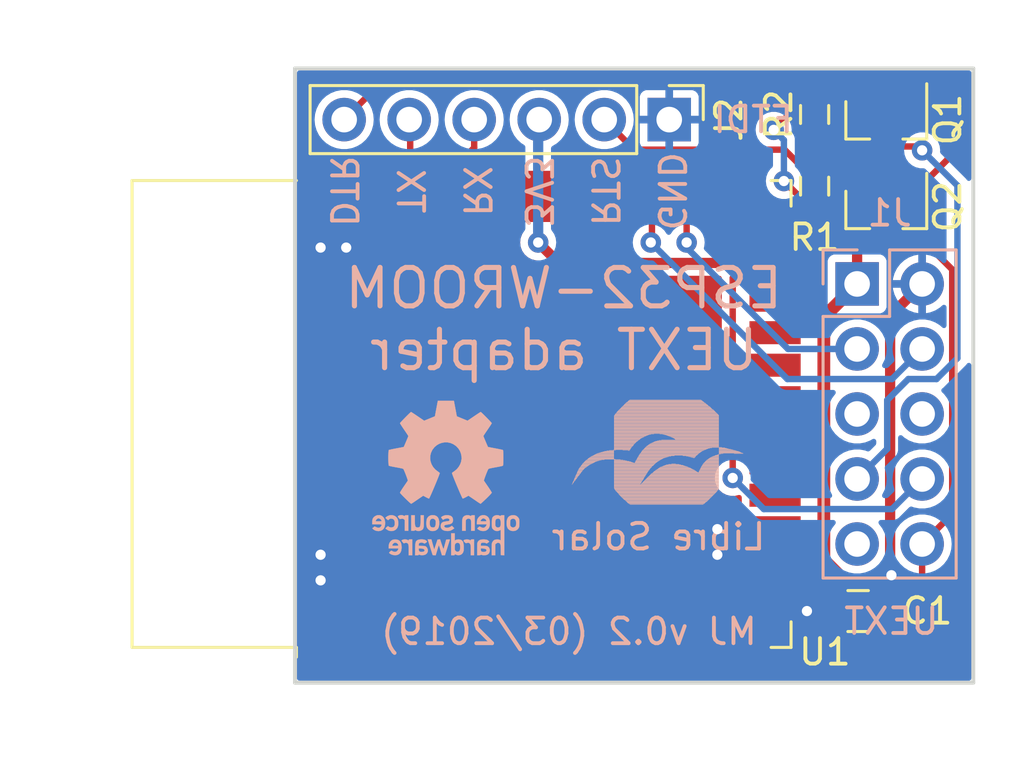
<source format=kicad_pcb>
(kicad_pcb (version 20221018) (generator pcbnew)
  (layers (0 "F.Cu" signal) (31 "B.Cu" signal) (34 "B.Paste" user) (35 "F.Paste" user) (36 "B.SilkS" user "B.Silkscreen") (37 "F.SilkS" user "F.Silkscreen") (38 "B.Mask" user) (39 "F.Mask" user) (44 "Edge.Cuts" user))
  (net 0 "")
  (net 1 "GND")
  (net 2 "Net-(U1-Pad7)")
  (net 3 "Net-(U1-Pad11)")
  (net 4 "Net-(U1-Pad12)")
  (net 5 "+3V3")
  (net 6 "Net-(U1-Pad16)")
  (net 7 "Net-(U1-Pad4)")
  (net 8 "Net-(U1-Pad5)")
  (net 9 "Net-(U1-Pad6)")
  (net 10 "Net-(U1-Pad8)")
  (net 11 "Net-(U1-Pad9)")
  (net 12 "Net-(U1-Pad10)")
  (net 13 "Net-(U1-Pad13)")
  (net 14 "Net-(U1-Pad14)")
  (net 15 "Net-(U1-Pad17)")
  (net 16 "Net-(U1-Pad18)")
  (net 17 "Net-(U1-Pad19)")
  (net 18 "Net-(U1-Pad20)")
  (net 19 "Net-(U1-Pad21)")
  (net 20 "Net-(U1-Pad22)")
  (net 21 "Net-(U1-Pad23)")
  (net 22 "Net-(U1-Pad26)")
  (net 23 "Net-(U1-Pad29)")
  (net 24 "Net-(U1-Pad30)")
  (net 25 "Net-(U1-Pad31)")
  (net 26 "Net-(U1-Pad32)")
  (net 27 "Net-(U1-Pad33)")
  (net 28 "/UEXT_TX")
  (net 29 "/UEXT_RX")
  (net 30 "Net-(U1-Pad36)")
  (net 31 "Net-(U1-Pad37)")
  (net 32 "/RESET")
  (net 33 "/GPIO2")
  (net 34 "/GPIO0")
  (net 35 "/FTDI_TX")
  (net 36 "/FTDI_RX")
  (net 37 "/DTR")
  (net 38 "Net-(Q1-Pad1)")
  (net 39 "Net-(Q2-Pad1)")
  (net 40 "/RTS")
  (net 41 "Net-(J1-Pad9)")
  (net 42 "Net-(J1-Pad6)")
  (net 43 "Net-(J1-Pad5)")
  (footprint "LibreSolar:C_0805_2012" (layer "F.Cu") (at 161.5 102.2 180)
    (fp_text reference "C1" (at -2.7 0) (layer "F.SilkS"))
    (fp_text value "10uF")
    (pad "1" smd roundrect (at -1 0 180) (size 1.1 1.4) (layers "F.Cu" "F.Paste" "F.Mask") (roundrect_rratio 0.2) (net 5 "+3V3"))
    (pad "2" smd roundrect (at 1 0 180) (size 1.1 1.4) (layers "F.Cu" "F.Paste" "F.Mask") (roundrect_rratio 0.2) (net 1 "GND"))
  )
  (footprint "RF_Module:ESP32-WROOM-32" (layer "F.Cu") (at 149 94.5 90)
    (fp_text reference "U1" (at -9.3 11.2) (layer "F.SilkS"))
    (fp_text value "ESP32-WROOM-32D")
    (pad "1" smd rect (at -8.5 -8.255 90) (size 2 0.9) (layers "F.Cu" "F.Paste" "F.Mask") (net 1 "GND"))
    (pad "2" smd rect (at -8.5 -6.985 90) (size 2 0.9) (layers "F.Cu" "F.Paste" "F.Mask") (net 5 "+3V3"))
    (pad "3" smd rect (at -8.5 -5.715 90) (size 2 0.9) (layers "F.Cu" "F.Paste" "F.Mask") (net 32 "/RESET"))
    (pad "4" smd rect (at -8.5 -4.445 90) (size 2 0.9) (layers "F.Cu" "F.Paste" "F.Mask") (net 7 "Net-(U1-Pad4)"))
    (pad "5" smd rect (at -8.5 -3.175 90) (size 2 0.9) (layers "F.Cu" "F.Paste" "F.Mask") (net 8 "Net-(U1-Pad5)"))
    (pad "6" smd rect (at -8.5 -1.905 90) (size 2 0.9) (layers "F.Cu" "F.Paste" "F.Mask") (net 9 "Net-(U1-Pad6)"))
    (pad "7" smd rect (at -8.5 -0.635 90) (size 2 0.9) (layers "F.Cu" "F.Paste" "F.Mask") (net 2 "Net-(U1-Pad7)"))
    (pad "8" smd rect (at -8.5 0.635 90) (size 2 0.9) (layers "F.Cu" "F.Paste" "F.Mask") (net 10 "Net-(U1-Pad8)"))
    (pad "9" smd rect (at -8.5 1.905 90) (size 2 0.9) (layers "F.Cu" "F.Paste" "F.Mask") (net 11 "Net-(U1-Pad9)"))
    (pad "10" smd rect (at -8.5 3.175 90) (size 2 0.9) (layers "F.Cu" "F.Paste" "F.Mask") (net 12 "Net-(U1-Pad10)"))
    (pad "11" smd rect (at -8.5 4.445 90) (size 2 0.9) (layers "F.Cu" "F.Paste" "F.Mask") (net 3 "Net-(U1-Pad11)"))
    (pad "12" smd rect (at -8.5 5.715 90) (size 2 0.9) (layers "F.Cu" "F.Paste" "F.Mask") (net 4 "Net-(U1-Pad12)"))
    (pad "13" smd rect (at -8.5 6.985 90) (size 2 0.9) (layers "F.Cu" "F.Paste" "F.Mask") (net 13 "Net-(U1-Pad13)"))
    (pad "14" smd rect (at -8.5 8.255 90) (size 2 0.9) (layers "F.Cu" "F.Paste" "F.Mask") (net 14 "Net-(U1-Pad14)"))
    (pad "15" smd rect (at -5.715 9.255 180) (size 2 0.9) (layers "F.Cu" "F.Paste" "F.Mask") (net 1 "GND"))
    (pad "16" smd rect (at -4.445 9.255 180) (size 2 0.9) (layers "F.Cu" "F.Paste" "F.Mask") (net 6 "Net-(U1-Pad16)"))
    (pad "17" smd rect (at -3.175 9.255 180) (size 2 0.9) (layers "F.Cu" "F.Paste" "F.Mask") (net 15 "Net-(U1-Pad17)"))
    (pad "18" smd rect (at -1.905 9.255 180) (size 2 0.9) (layers "F.Cu" "F.Paste" "F.Mask") (net 16 "Net-(U1-Pad18)"))
    (pad "19" smd rect (at -0.635 9.255 180) (size 2 0.9) (layers "F.Cu" "F.Paste" "F.Mask") (net 17 "Net-(U1-Pad19)"))
    (pad "20" smd rect (at 0.635 9.255 180) (size 2 0.9) (layers "F.Cu" "F.Paste" "F.Mask") (net 18 "Net-(U1-Pad20)"))
    (pad "21" smd rect (at 1.905 9.255 180) (size 2 0.9) (layers "F.Cu" "F.Paste" "F.Mask") (net 19 "Net-(U1-Pad21)"))
    (pad "22" smd rect (at 3.175 9.255 180) (size 2 0.9) (layers "F.Cu" "F.Paste" "F.Mask") (net 20 "Net-(U1-Pad22)"))
    (pad "23" smd rect (at 4.445 9.255 180) (size 2 0.9) (layers "F.Cu" "F.Paste" "F.Mask") (net 21 "Net-(U1-Pad23)"))
    (pad "24" smd rect (at 5.715 9.255 180) (size 2 0.9) (layers "F.Cu" "F.Paste" "F.Mask") (net 33 "/GPIO2"))
    (pad "25" smd rect (at 8.5 8.255 90) (size 2 0.9) (layers "F.Cu" "F.Paste" "F.Mask") (net 34 "/GPIO0"))
    (pad "26" smd rect (at 8.5 6.985 90) (size 2 0.9) (layers "F.Cu" "F.Paste" "F.Mask") (net 22 "Net-(U1-Pad26)"))
    (pad "27" smd rect (at 8.5 5.715 90) (size 2 0.9) (layers "F.Cu" "F.Paste" "F.Mask") (net 28 "/UEXT_TX"))
    (pad "28" smd rect (at 8.5 4.445 90) (size 2 0.9) (layers "F.Cu" "F.Paste" "F.Mask") (net 29 "/UEXT_RX"))
    (pad "29" smd rect (at 8.5 3.175 90) (size 2 0.9) (layers "F.Cu" "F.Paste" "F.Mask") (net 23 "Net-(U1-Pad29)"))
    (pad "30" smd rect (at 8.5 1.905 90) (size 2 0.9) (layers "F.Cu" "F.Paste" "F.Mask") (net 24 "Net-(U1-Pad30)"))
    (pad "31" smd rect (at 8.5 0.635 90) (size 2 0.9) (layers "F.Cu" "F.Paste" "F.Mask") (net 25 "Net-(U1-Pad31)"))
    (pad "32" smd rect (at 8.5 -0.635 90) (size 2 0.9) (layers "F.Cu" "F.Paste" "F.Mask") (net 26 "Net-(U1-Pad32)"))
    (pad "33" smd rect (at 8.5 -1.905 90) (size 2 0.9) (layers "F.Cu" "F.Paste" "F.Mask") (net 27 "Net-(U1-Pad33)"))
    (pad "34" smd rect (at 8.5 -3.175 90) (size 2 0.9) (layers "F.Cu" "F.Paste" "F.Mask") (net 35 "/FTDI_TX"))
    (pad "35" smd rect (at 8.5 -4.445 90) (size 2 0.9) (layers "F.Cu" "F.Paste" "F.Mask") (net 36 "/FTDI_RX"))
    (pad "36" smd rect (at 8.5 -5.715 90) (size 2 0.9) (layers "F.Cu" "F.Paste" "F.Mask") (net 30 "Net-(U1-Pad36)"))
    (pad "37" smd rect (at 8.5 -6.985 90) (size 2 0.9) (layers "F.Cu" "F.Paste" "F.Mask") (net 31 "Net-(U1-Pad37)"))
    (pad "38" smd rect (at 8.5 -8.255 90) (size 2 0.9) (layers "F.Cu" "F.Paste" "F.Mask") (net 1 "GND"))
    (pad "39" smd rect (at -1 -0.755 90) (size 5 5) (layers "F.Cu" "F.Paste" "F.Mask"))
  )
  (footprint "LibreSolar:SOT-23" (layer "F.Cu") (at 162.6 83 -90)
    (fp_text reference "Q1" (at 0 -2.4 270) (layer "F.SilkS"))
    (fp_text value "MMBT3904")
    (pad "1" smd roundrect (at -1.05 -0.95 270) (size 1 0.9) (layers "F.Cu" "F.Paste" "F.Mask") (roundrect_rratio 0.2) (net 38 "Net-(Q1-Pad1)"))
    (pad "2" smd roundrect (at -1.05 0.95 270) (size 1 0.9) (layers "F.Cu" "F.Paste" "F.Mask") (roundrect_rratio 0.2) (net 37 "/DTR"))
    (pad "3" smd roundrect (at 1.05 0 270) (size 1 0.9) (layers "F.Cu" "F.Paste" "F.Mask") (roundrect_rratio 0.2) (net 34 "/GPIO0"))
  )
  (footprint "LibreSolar:SOT-23" (layer "F.Cu") (at 162.6 86.5 -90)
    (fp_text reference "Q2" (at -0.1 -2.4 90) (layer "F.SilkS"))
    (fp_text value "MMBT3904")
    (pad "1" smd roundrect (at -1.05 -0.95 270) (size 1 0.9) (layers "F.Cu" "F.Paste" "F.Mask") (roundrect_rratio 0.2) (net 39 "Net-(Q2-Pad1)"))
    (pad "2" smd roundrect (at -1.05 0.95 270) (size 1 0.9) (layers "F.Cu" "F.Paste" "F.Mask") (roundrect_rratio 0.2) (net 40 "/RTS"))
    (pad "3" smd roundrect (at 1.05 0 270) (size 1 0.9) (layers "F.Cu" "F.Paste" "F.Mask") (roundrect_rratio 0.2) (net 32 "/RESET"))
  )
  (footprint "LibreSolar:R_0603_1608" (layer "F.Cu") (at 159.8 85.6 90)
    (fp_text reference "R1" (at -2 0 180) (layer "F.SilkS"))
    (fp_text value "10k")
    (pad "1" smd roundrect (at -0.8 0 90) (size 0.8 0.9) (layers "F.Cu" "F.Paste" "F.Mask") (roundrect_rratio 0.2) (net 38 "Net-(Q1-Pad1)"))
    (pad "2" smd roundrect (at 0.8 0 90) (size 0.8 0.9) (layers "F.Cu" "F.Paste" "F.Mask") (roundrect_rratio 0.2) (net 40 "/RTS"))
  )
  (footprint "LibreSolar:R_0603_1608" (layer "F.Cu") (at 159.8 82.8 90)
    (fp_text reference "R2" (at 0 -1.4 90) (layer "F.SilkS"))
    (fp_text value "10k")
    (pad "1" smd roundrect (at -0.8 0 90) (size 0.8 0.9) (layers "F.Cu" "F.Paste" "F.Mask") (roundrect_rratio 0.2) (net 39 "Net-(Q2-Pad1)"))
    (pad "2" smd roundrect (at 0.8 0 90) (size 0.8 0.9) (layers "F.Cu" "F.Paste" "F.Mask") (roundrect_rratio 0.2) (net 37 "/DTR"))
  )
  (footprint "Connector_PinHeader_2.54mm:PinHeader_1x06_P2.54mm_Vertical" (layer "F.Cu") (at 154.12 83 -90)
    (fp_text reference "J2" (at 0 -2.33 270) (layer "F.SilkS"))
    (fp_text value "Conn_01x06")
    (pad "1" thru_hole rect (at 0 0 270) (size 1.7 1.7) (drill 1) (layers "*.Cu" "*.Mask") (net 1 "GND"))
    (pad "2" thru_hole oval (at 0 2.54 270) (size 1.7 1.7) (drill 1) (layers "*.Cu" "*.Mask") (net 40 "/RTS"))
    (pad "3" thru_hole oval (at 0 5.08 270) (size 1.7 1.7) (drill 1) (layers "*.Cu" "*.Mask") (net 5 "+3V3"))
    (pad "4" thru_hole oval (at 0 7.62 270) (size 1.7 1.7) (drill 1) (layers "*.Cu" "*.Mask") (net 35 "/FTDI_TX"))
    (pad "5" thru_hole oval (at 0 10.16 270) (size 1.7 1.7) (drill 1) (layers "*.Cu" "*.Mask") (net 36 "/FTDI_RX"))
    (pad "6" thru_hole oval (at 0 12.7 270) (size 1.7 1.7) (drill 1) (layers "*.Cu" "*.Mask") (net 37 "/DTR"))
  )
  (footprint "Symbol:OSHW-Logo_5.7x6mm_SilkScreen" (layer "B.Cu") (at 145.4 97 180)
    (fp_text reference "LOGO2" hide)
    (fp_text value "Logo_Open_Hardware_Small" hide)
  )
  (footprint "LibreSolar:LIBRESOLAR_LOGO" (layer "B.Cu") (at 156 98 180)
    (fp_text reference "LOGO1" hide)
    (fp_text value "LibreSolar_Logo" hide)
    (fp_text user "Libre Solar" (at 2.3 -1.3 180) (layer "B.SilkS") (effects (justify mirror)))
  )
  (footprint "Connector_PinSocket_2.54mm:PinSocket_2x05_P2.54mm_Vertical" (layer "B.Cu") (at 161.46 89.42 180)
    (fp_text reference "J1" (at -1.27 2.77 180) (layer "B.SilkS") (effects (justify mirror)))
    (fp_text value "UEXT")
    (pad "1" thru_hole rect (at 0 0 180) (size 1.7 1.7) (drill 1) (layers "*.Cu" "*.Mask") (net 5 "+3V3"))
    (pad "2" thru_hole oval (at -2.54 0 180) (size 1.7 1.7) (drill 1) (layers "*.Cu" "*.Mask") (net 1 "GND"))
    (pad "3" thru_hole oval (at 0 -2.54 180) (size 1.7 1.7) (drill 1) (layers "*.Cu" "*.Mask") (net 28 "/UEXT_TX"))
    (pad "4" thru_hole oval (at -2.54 -2.54 180) (size 1.7 1.7) (drill 1) (layers "*.Cu" "*.Mask") (net 29 "/UEXT_RX"))
    (pad "5" thru_hole oval (at 0 -5.08 180) (size 1.7 1.7) (drill 1) (layers "*.Cu" "*.Mask") (net 43 "Net-(J1-Pad5)"))
    (pad "6" thru_hole oval (at -2.54 -5.08 180) (size 1.7 1.7) (drill 1) (layers "*.Cu" "*.Mask") (net 42 "Net-(J1-Pad6)"))
    (pad "7" thru_hole oval (at 0 -7.62 180) (size 1.7 1.7) (drill 1) (layers "*.Cu" "*.Mask") (net 34 "/GPIO0"))
    (pad "8" thru_hole oval (at -2.54 -7.62 180) (size 1.7 1.7) (drill 1) (layers "*.Cu" "*.Mask") (net 33 "/GPIO2"))
    (pad "9" thru_hole oval (at 0 -10.16 180) (size 1.7 1.7) (drill 1) (layers "*.Cu" "*.Mask") (net 41 "Net-(J1-Pad9)"))
    (pad "10" thru_hole oval (at -2.54 -10.16 180) (size 1.7 1.7) (drill 1) (layers "*.Cu" "*.Mask") (net 32 "/RESET"))
  )
  (gr_line (start 166 81) (end 139.5 81) (stroke (width 0.15)) (layer "Edge.Cuts"))
  (gr_line (start 166 105) (end 166 81) (stroke (width 0.15)) (layer "Edge.Cuts"))
  (gr_line (start 139.5 81) (end 139.5 105) (stroke (width 0.15)) (layer "Edge.Cuts"))
  (gr_line (start 139.5 105) (end 166 105) (stroke (width 0.15)) (layer "Edge.Cuts"))
  (gr_text "UEXT" (at 162.8 102.6) (layer "B.SilkS") (effects (font (size 1 1)) (justify mirror)))
  (gr_text "RTS" (at 151.6 85.8 270) (layer "B.SilkS") (effects (font (size 1 1)) (justify mirror)))
  (gr_text "3V3" (at 149 85.8 270) (layer "B.SilkS") (effects (font (size 1 1)) (justify mirror)))
  (gr_text "RX" (at 146.6 85.8 270) (layer "B.SilkS") (effects (font (size 1 1)) (justify mirror)))
  (gr_text "TX" (at 144 85.8 270) (layer "B.SilkS") (effects (font (size 1 1)) (justify mirror)))
  (gr_text "DTR" (at 141.4 85.8 270) (layer "B.SilkS") (effects (font (size 1 1)) (justify mirror)))
  (gr_text "FTDI" (at 157.4 83) (layer "B.SilkS") (effects (font (size 1 1)) (justify mirror)))
  (gr_text "GND" (at 154.2 85.8 270) (layer "B.SilkS") (effects (font (size 1 1)) (justify mirror)))
  (gr_text "ESP32-WROOM\nUEXT adapter" (at 150 90.8) (layer "B.SilkS") (effects (font (size 1.5 1.5) (thickness 0.2)) (justify mirror)))
  (gr_text "MJ v0.2 (03/2019)" (at 150.2 103) (layer "B.SilkS") (effects (font (size 1 1)) (justify mirror)))
  (segment (start 160.5 102.2) (end 159.5 102.2) (width 0.5) (layer "F.Cu") (net 1))
  (segment (start 140.745 101.245) (end 140.5 101) (width 0.25) (layer "F.Cu") (net 1))
  (segment (start 164 89.42) (end 162.749999 90.670001) (width 0.4) (layer "F.Cu") (net 1))
  (segment (start 159.015 100.215) (end 160.5 101.7) (width 0.5) (layer "F.Cu") (net 1))
  (segment (start 164 89.42) (end 163.6 89.02) (width 0.5) (layer "F.Cu") (net 1))
  (segment (start 162.749999 100.749999) (end 162.8 100.8) (width 0.4) (layer "F.Cu") (net 1))
  (segment (start 140.745 103) (end 140.745 101.245) (width 0.25) (layer "F.Cu") (net 1))
  (segment (start 160.5 101.7) (end 160.5 102.2) (width 0.5) (layer "F.Cu") (net 1))
  (segment (start 158.255 100.215) (end 159.015 100.215) (width 0.5) (layer "F.Cu") (net 1))
  (segment (start 162.749999 90.670001) (end 162.749999 100.749999) (width 0.4) (layer "F.Cu") (net 1))
  (via (at 140.5 101) (size 0.8) (drill 0.4) (layers "F.Cu" "B.Cu") (net 1))
  (via (at 156 100) (size 0.8) (drill 0.4) (layers "F.Cu" "B.Cu") (net 1))
  (via (at 162.8 100.8) (size 0.8) (drill 0.4) (layers "F.Cu" "B.Cu") (net 1))
  (via (at 159.5 102.2) (size 0.8) (drill 0.4) (layers "F.Cu" "B.Cu") (net 1))
  (via (at 141.5 88) (size 0.8) (drill 0.4) (layers "F.Cu" "B.Cu") (net 1))
  (via (at 140.5 88) (size 0.8) (drill 0.4) (layers "F.Cu" "B.Cu") (net 1))
  (via (at 156 99) (size 0.8) (drill 0.4) (layers "F.Cu" "B.Cu") (net 1))
  (via (at 140.5 100) (size 0.8) (drill 0.4) (layers "F.Cu" "B.Cu") (net 1))
  (segment (start 156 88.6) (end 149.8 88.6) (width 0.4) (layer "F.Cu") (net 5))
  (segment (start 159.15001 103.35001) (end 158.2 102.4) (width 0.5) (layer "F.Cu") (net 5))
  (segment (start 160.159999 90.720001) (end 160.159999 100.204001) (width 0.5) (layer "F.Cu") (net 5))
  (segment (start 142.4 101.3) (end 142.015 101.685) (width 0.5) (layer "F.Cu") (net 5))
  (segment (start 161.46 89.42) (end 160.159999 90.720001) (width 0.5) (layer "F.Cu") (net 5))
  (segment (start 162.5 102.2) (end 161.34999 103.35001) (width 0.5) (layer "F.Cu") (net 5))
  (segment (start 161.005988 101.04999) (end 161.34999 101.04999) (width 0.5) (layer "F.Cu") (net 5))
  (segment (start 160.159999 100.204001) (end 161.005988 101.04999) (width 0.5) (layer "F.Cu") (net 5))
  (segment (start 161.34999 101.04999) (end 161.888095 101.588095) (width 0.5) (layer "F.Cu") (net 5))
  (segment (start 158.2 102.4) (end 158.2 101.3) (width 0.5) (layer "F.Cu") (net 5))
  (segment (start 149.8 88.6) (end 149 87.8) (width 0.4) (layer "F.Cu") (net 5))
  (segment (start 161.46 88.17) (end 161.09 87.8) (width 0.4) (layer "F.Cu") (net 5))
  (segment (start 158.2 101.3) (end 142.4 101.3) (width 0.5) (layer "F.Cu") (net 5))
  (segment (start 161.09 87.8) (end 156.8 87.8) (width 0.4) (layer "F.Cu") (net 5))
  (segment (start 142.015 101.685) (end 142.015 103) (width 0.5) (layer "F.Cu") (net 5))
  (segment (start 161.46 89.42) (end 161.46 88.17) (width 0.4) (layer "F.Cu") (net 5))
  (segment (start 161.888095 101.588095) (end 162.5 102.2) (width 0.5) (layer "F.Cu") (net 5))
  (segment (start 161.46 89.42) (end 161.46 89.46) (width 0.5) (layer "F.Cu") (net 5))
  (segment (start 161.34999 103.35001) (end 159.15001 103.35001) (width 0.5) (layer "F.Cu") (net 5))
  (segment (start 156.8 87.8) (end 156 88.6) (width 0.4) (layer "F.Cu") (net 5))
  (via (at 149 87.8) (size 0.8) (drill 0.4) (layers "F.Cu" "B.Cu") (net 5))
  (segment (start 149 87.8) (end 149 83.04) (width 0.4) (layer "B.Cu") (net 5))
  (segment (start 149 83.04) (end 149.04 83) (width 0.4) (layer "B.Cu") (net 5))
  (segment (start 154.8 86.085) (end 154.715 86) (width 0.25) (layer "F.Cu") (net 28))
  (segment (start 154.8 87.8) (end 154.8 86.085) (width 0.25) (layer "F.Cu") (net 28))
  (via (at 154.8 87.8) (size 0.8) (drill 0.4) (layers "F.Cu" "B.Cu") (net 28))
  (segment (start 161.46 91.96) (end 158.76 91.96) (width 0.25) (layer "B.Cu") (net 28))
  (segment (start 158.76 91.96) (end 154.8 88) (width 0.25) (layer "B.Cu") (net 28))
  (segment (start 154.8 88) (end 154.8 87.8) (width 0.25) (layer "B.Cu") (net 28))
  (segment (start 153.445 86) (end 153.445 87.75499) (width 0.25) (layer "F.Cu") (net 29))
  (segment (start 153.445 87.75499) (end 153.4 87.79999) (width 0.25) (layer "F.Cu") (net 29))
  (via (at 153.4 87.79999) (size 0.8) (drill 0.4) (layers "F.Cu" "B.Cu") (net 29))
  (segment (start 158.735011 93.135001) (end 153.799999 88.199989) (width 0.25) (layer "B.Cu") (net 29))
  (segment (start 153.799999 88.199989) (end 153.4 87.79999) (width 0.25) (layer "B.Cu") (net 29))
  (segment (start 164 91.96) (end 162.824999 93.135001) (width 0.25) (layer "B.Cu") (net 29))
  (segment (start 162.824999 93.135001) (end 158.735011 93.135001) (width 0.25) (layer "B.Cu") (net 29))
  (segment (start 143.285 103) (end 143.285 104.25) (width 0.25) (layer "F.Cu") (net 32))
  (segment (start 163.869002 87.55) (end 165.175001 88.855999) (width 0.25) (layer "F.Cu") (net 32))
  (segment (start 162.5 104.5) (end 164 103) (width 0.25) (layer "F.Cu") (net 32))
  (segment (start 164 103) (end 164 100.782081) (width 0.25) (layer "F.Cu") (net 32))
  (segment (start 164 100.782081) (end 164 99.58) (width 0.25) (layer "F.Cu") (net 32))
  (segment (start 165.175001 88.855999) (end 165.175001 98.404999) (width 0.25) (layer "F.Cu") (net 32))
  (segment (start 164.849999 98.730001) (end 164 99.58) (width 0.25) (layer "F.Cu") (net 32))
  (segment (start 143.285 104.25) (end 143.535 104.5) (width 0.25) (layer "F.Cu") (net 32))
  (segment (start 162.6 87.55) (end 163.869002 87.55) (width 0.25) (layer "F.Cu") (net 32))
  (segment (start 165.175001 98.404999) (end 164.849999 98.730001) (width 0.25) (layer "F.Cu") (net 32))
  (segment (start 143.535 104.5) (end 162.5 104.5) (width 0.25) (layer "F.Cu") (net 32))
  (segment (start 156.6 97) (end 156.6 89.19) (width 0.25) (layer "F.Cu") (net 33))
  (segment (start 157.005 88.785) (end 158.255 88.785) (width 0.25) (layer "F.Cu") (net 33))
  (segment (start 156.6 89.19) (end 157.005 88.785) (width 0.25) (layer "F.Cu") (net 33))
  (via (at 156.6 97) (size 0.8) (drill 0.4) (layers "F.Cu" "B.Cu") (net 33))
  (segment (start 164 97.04) (end 162.824999 98.215001) (width 0.25) (layer "B.Cu") (net 33))
  (segment (start 162.824999 98.215001) (end 157.815001 98.215001) (width 0.25) (layer "B.Cu") (net 33))
  (segment (start 156.999999 97.399999) (end 156.6 97) (width 0.25) (layer "B.Cu") (net 33))
  (segment (start 156.64 97.04) (end 156.6 97) (width 0.25) (layer "B.Cu") (net 33))
  (segment (start 157.815001 98.215001) (end 156.999999 97.399999) (width 0.25) (layer "B.Cu") (net 33))
  (segment (start 162.6 85.804192) (end 161.279182 87.12501) (width 0.25) (layer "F.Cu") (net 34))
  (segment (start 162.6 84.05) (end 163.849998 84.05) (width 0.25) (layer "F.Cu") (net 34))
  (segment (start 163.849998 84.05) (end 163.999999 84.200001) (width 0.25) (layer "F.Cu") (net 34))
  (segment (start 161.279182 87.12501) (end 159.08001 87.12501) (width 0.25) (layer "F.Cu") (net 34))
  (segment (start 157.955 86) (end 157.255 86) (width 0.25) (layer "F.Cu") (net 34))
  (segment (start 159.08001 87.12501) (end 157.955 86) (width 0.25) (layer "F.Cu") (net 34))
  (segment (start 162.6 84.05) (end 162.6 85.804192) (width 0.25) (layer "F.Cu") (net 34))
  (via (at 163.999999 84.200001) (size 0.8) (drill 0.4) (layers "F.Cu" "B.Cu") (net 34))
  (segment (start 164.564001 93.135001) (end 165.378981 92.320021) (width 0.25) (layer "B.Cu") (net 34))
  (segment (start 163.461409 93.135001) (end 164.564001 93.135001) (width 0.25) (layer "B.Cu") (net 34))
  (segment (start 162.635001 95.864999) (end 162.635001 93.961409) (width 0.25) (layer "B.Cu") (net 34))
  (segment (start 161.46 97.04) (end 162.635001 95.864999) (width 0.25) (layer "B.Cu") (net 34))
  (segment (start 165.378981 92.320021) (end 165.378981 85.578983) (width 0.25) (layer "B.Cu") (net 34))
  (segment (start 164.399998 84.6) (end 163.999999 84.200001) (width 0.25) (layer "B.Cu") (net 34))
  (segment (start 162.635001 93.961409) (end 163.461409 93.135001) (width 0.25) (layer "B.Cu") (net 34))
  (segment (start 165.378981 85.578983) (end 164.399998 84.6) (width 0.25) (layer "B.Cu") (net 34))
  (segment (start 145.8025 84.7975) (end 146.5 84.1) (width 0.25) (layer "F.Cu") (net 35))
  (segment (start 145.825 86) (end 145.8025 85.9775) (width 0.25) (layer "F.Cu") (net 35))
  (segment (start 146.5 84.1) (end 146.5 83) (width 0.25) (layer "F.Cu") (net 35))
  (segment (start 145.8025 85.9775) (end 145.8025 84.7975) (width 0.25) (layer "F.Cu") (net 35))
  (segment (start 144 84.2) (end 144 83.04) (width 0.25) (layer "F.Cu") (net 36))
  (segment (start 144.555 84.755) (end 144 84.2) (width 0.25) (layer "F.Cu") (net 36))
  (segment (start 144.555 86) (end 144.555 84.755) (width 0.25) (layer "F.Cu") (net 36))
  (segment (start 144 83.04) (end 143.96 83) (width 0.25) (layer "F.Cu") (net 36))
  (segment (start 159.8 82) (end 159.354061 81.554061) (width 0.25) (layer "F.Cu") (net 37))
  (segment (start 142.269999 82.150001) (end 141.42 83) (width 0.25) (layer "F.Cu") (net 37))
  (segment (start 142.865939 81.554061) (end 142.269999 82.150001) (width 0.25) (layer "F.Cu") (net 37))
  (segment (start 159.354061 81.554061) (end 142.865939 81.554061) (width 0.25) (layer "F.Cu") (net 37))
  (segment (start 159.85 81.95) (end 159.8 82) (width 0.25) (layer "F.Cu") (net 37))
  (segment (start 161.65 81.95) (end 159.85 81.95) (width 0.25) (layer "F.Cu") (net 37))
  (segment (start 162.129182 82.77501) (end 162.954192 81.95) (width 0.25) (layer "F.Cu") (net 38))
  (segment (start 159.8 86.4) (end 159.6 86.4) (width 0.25) (layer "F.Cu") (net 38))
  (segment (start 161.120818 82.72501) (end 161.170818 82.77501) (width 0.25) (layer "F.Cu") (net 38))
  (segment (start 161.170818 82.77501) (end 162.129182 82.77501) (width 0.25) (layer "F.Cu") (net 38))
  (segment (start 159.6 86.4) (end 158.6 85.4) (width 0.25) (layer "F.Cu") (net 38))
  (segment (start 163 81.95) (end 163.55 81.95) (width 0.25) (layer "F.Cu") (net 38))
  (segment (start 158.2 83.4) (end 158.87499 82.72501) (width 0.25) (layer "F.Cu") (net 38))
  (segment (start 158.87499 82.72501) (end 161.120818 82.72501) (width 0.25) (layer "F.Cu") (net 38))
  (segment (start 162.954192 81.95) (end 163 81.95) (width 0.25) (layer "F.Cu") (net 38))
  (via (at 158.2 83.4) (size 0.8) (drill 0.4) (layers "F.Cu" "B.Cu") (net 38))
  (via (at 158.6 85.4) (size 0.8) (drill 0.4) (layers "F.Cu" "B.Cu") (net 38))
  (segment (start 158.6 85.4) (end 158.6 83.8) (width 0.25) (layer "B.Cu") (net 38))
  (segment (start 158.6 83.8) (end 158.2 83.4) (width 0.25) (layer "B.Cu") (net 38))
  (segment (start 165 83.6) (end 165 84.55) (width 0.25) (layer "F.Cu") (net 39))
  (segment (start 164.554061 83.154061) (end 165 83.6) (width 0.25) (layer "F.Cu") (net 39))
  (segment (start 162.386542 83.154061) (end 164.554061 83.154061) (width 0.25) (layer "F.Cu") (net 39))
  (segment (start 160.724979 83.225021) (end 162.315582 83.225021) (width 0.25) (layer "F.Cu") (net 39))
  (segment (start 162.315582 83.225021) (end 162.386542 83.154061) (width 0.25) (layer "F.Cu") (net 39))
  (segment (start 160.35 83.6) (end 160.724979 83.225021) (width 0.25) (layer "F.Cu") (net 39))
  (segment (start 159.8 83.6) (end 160.35 83.6) (width 0.25) (layer "F.Cu") (net 39))
  (segment (start 164.1 85.45) (end 163.55 85.45) (width 0.25) (layer "F.Cu") (net 39))
  (segment (start 165 84.55) (end 164.1 85.45) (width 0.25) (layer "F.Cu") (net 39))
  (segment (start 161.65 85.45) (end 160.45 85.45) (width 0.25) (layer "F.Cu") (net 40))
  (segment (start 158.625001 84.175001) (end 152.755001 84.175001) (width 0.25) (layer "F.Cu") (net 40))
  (segment (start 159.8 84.8) (end 159.25 84.8) (width 0.25) (layer "F.Cu") (net 40))
  (segment (start 152.755001 84.175001) (end 152.429999 83.849999) (width 0.25) (layer "F.Cu") (net 40))
  (segment (start 159.25 84.8) (end 158.625001 84.175001) (width 0.25) (layer "F.Cu") (net 40))
  (segment (start 160.45 85.45) (end 159.8 84.8) (width 0.25) (layer "F.Cu") (net 40))
  (segment (start 152.429999 83.849999) (end 151.58 83) (width 0.25) (layer "F.Cu") (net 40))
  (zone (net 1) (net_name "GND") (layer "F.Cu") (connect_pads (clearance 0.3)) (min_thickness 0.2) (fill yes (thermal_gap 0.4) (thermal_bridge_width 0.4))
    (polygon (pts (xy 139 86) (xy 159 86) (xy 159 102.5) (xy 139 102.5)))
  )
  (zone (net 1) (net_name "GND") (layer "B.Cu") (connect_pads (clearance 0.3)) (min_thickness 0.2) (fill yes (thermal_gap 0.3) (thermal_bridge_width 0.3))
    (polygon (pts (xy 138 80) (xy 168 80) (xy 168 106) (xy 138 106)))
  )
)
</source>
